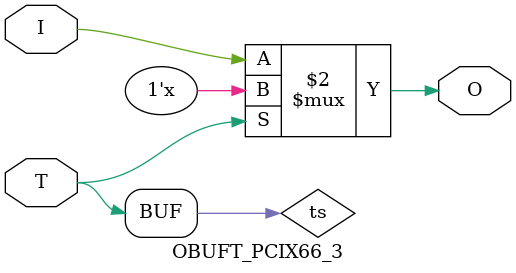
<source format=v>

/*

FUNCTION    : TRI-STATE OUTPUT BUFFER

*/

`celldefine
`timescale  100 ps / 10 ps

module OBUFT_PCIX66_3 (O, I, T);

    output O;

    input  I, T;

    or O1 (ts, 1'b0, T);
    bufif0 T1 (O, I, ts);

endmodule

</source>
